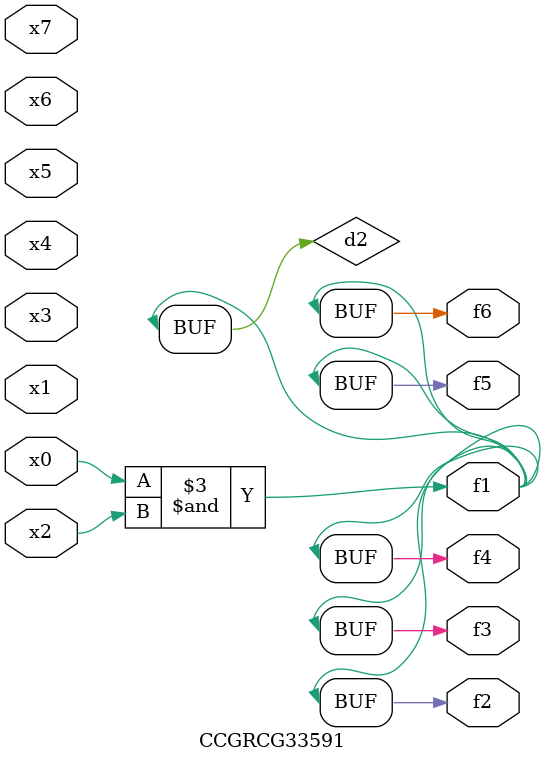
<source format=v>
module CCGRCG33591(
	input x0, x1, x2, x3, x4, x5, x6, x7,
	output f1, f2, f3, f4, f5, f6
);

	wire d1, d2;

	nor (d1, x3, x6);
	and (d2, x0, x2);
	assign f1 = d2;
	assign f2 = d2;
	assign f3 = d2;
	assign f4 = d2;
	assign f5 = d2;
	assign f6 = d2;
endmodule

</source>
